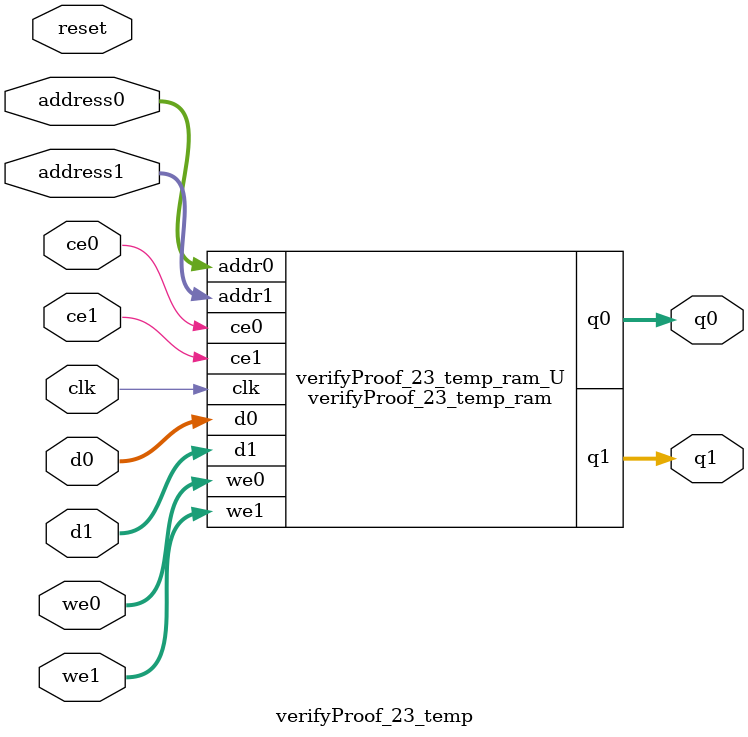
<source format=v>
`timescale 1 ns / 1 ps
module verifyProof_23_temp_ram (addr0, ce0, d0, we0, q0, addr1, ce1, d1, we1, q1,  clk);

parameter DWIDTH = 32;
parameter AWIDTH = 5;
parameter MEM_SIZE = 24;
parameter COL_WIDTH = 8;
parameter NUM_COL = (DWIDTH/COL_WIDTH);

input[AWIDTH-1:0] addr0;
input ce0;
input[DWIDTH-1:0] d0;
input [NUM_COL-1:0] we0;
output reg[DWIDTH-1:0] q0;
input[AWIDTH-1:0] addr1;
input ce1;
input[DWIDTH-1:0] d1;
input [NUM_COL-1:0] we1;
output reg[DWIDTH-1:0] q1;
input clk;

(* ram_style = "block" *)reg [DWIDTH-1:0] ram[0:MEM_SIZE-1];



genvar i;

generate
    for (i=0;i<NUM_COL;i=i+1) begin
        always @(posedge clk) begin
            if (ce0) begin
                if (we0[i]) begin
                    ram[addr0][i*COL_WIDTH +: COL_WIDTH] <= d0[i*COL_WIDTH +: COL_WIDTH]; 
                end
                q0[i*COL_WIDTH +: COL_WIDTH] <= ram[addr0][i*COL_WIDTH +: COL_WIDTH];
            end
        end
    end
endgenerate


generate
    for (i=0;i<NUM_COL;i=i+1) begin
        always @(posedge clk) begin
            if (ce1) begin
                if (we1[i]) begin
                    ram[addr1][i*COL_WIDTH +: COL_WIDTH] <= d1[i*COL_WIDTH +: COL_WIDTH]; 
                end
                q1[i*COL_WIDTH +: COL_WIDTH] <= ram[addr1][i*COL_WIDTH +: COL_WIDTH];
            end
        end
    end
endgenerate


endmodule

`timescale 1 ns / 1 ps
module verifyProof_23_temp(
    reset,
    clk,
    address0,
    ce0,
    we0,
    d0,
    q0,
    address1,
    ce1,
    we1,
    d1,
    q1);

parameter DataWidth = 32'd32;
parameter AddressRange = 32'd24;
parameter AddressWidth = 32'd5;
input reset;
input clk;
input[AddressWidth - 1:0] address0;
input ce0;
input[DataWidth/8 - 1:0] we0;
input[DataWidth - 1:0] d0;
output[DataWidth - 1:0] q0;
input[AddressWidth - 1:0] address1;
input ce1;
input[DataWidth/8 - 1:0] we1;
input[DataWidth - 1:0] d1;
output[DataWidth - 1:0] q1;



verifyProof_23_temp_ram verifyProof_23_temp_ram_U(
    .clk( clk ),
    .addr0( address0 ),
    .ce0( ce0 ),
    .we0( we0 ),
    .d0( d0 ),
    .q0( q0 ),
    .addr1( address1 ),
    .ce1( ce1 ),
    .we1( we1 ),
    .d1( d1 ),
    .q1( q1 ));

endmodule


</source>
